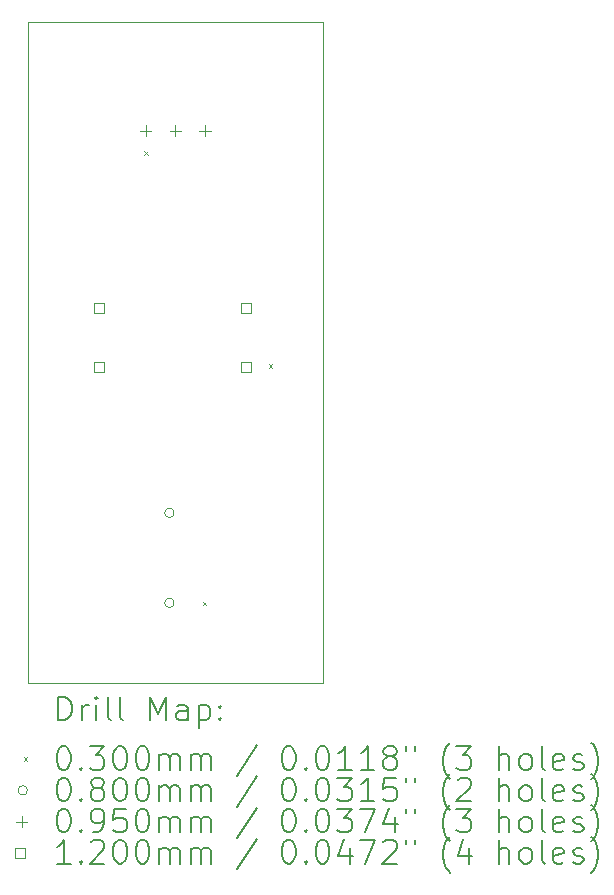
<source format=gbr>
%TF.GenerationSoftware,KiCad,Pcbnew,9.0.7*%
%TF.CreationDate,2026-01-18T23:45:15-08:00*%
%TF.ProjectId,STM32_HID_controller-right,53544d33-325f-4484-9944-5f636f6e7472,rev?*%
%TF.SameCoordinates,Original*%
%TF.FileFunction,Drillmap*%
%TF.FilePolarity,Positive*%
%FSLAX45Y45*%
G04 Gerber Fmt 4.5, Leading zero omitted, Abs format (unit mm)*
G04 Created by KiCad (PCBNEW 9.0.7) date 2026-01-18 23:45:15*
%MOMM*%
%LPD*%
G01*
G04 APERTURE LIST*
%ADD10C,0.050000*%
%ADD11C,0.200000*%
%ADD12C,0.100000*%
%ADD13C,0.120000*%
G04 APERTURE END LIST*
D10*
X12000000Y-13080000D02*
X12000000Y-18680000D01*
X14500000Y-13080000D02*
X14500000Y-18680000D01*
X12000000Y-13080000D02*
X14500000Y-13080000D01*
X12000000Y-18680000D02*
X14500000Y-18680000D01*
D11*
D12*
X12985000Y-14175000D02*
X13015000Y-14205000D01*
X13015000Y-14175000D02*
X12985000Y-14205000D01*
X13480000Y-17990000D02*
X13510000Y-18020000D01*
X13510000Y-17990000D02*
X13480000Y-18020000D01*
X14040000Y-15980000D02*
X14070000Y-16010000D01*
X14070000Y-15980000D02*
X14040000Y-16010000D01*
X13240000Y-17238000D02*
G75*
G02*
X13160000Y-17238000I-40000J0D01*
G01*
X13160000Y-17238000D02*
G75*
G02*
X13240000Y-17238000I40000J0D01*
G01*
X13240000Y-18000000D02*
G75*
G02*
X13160000Y-18000000I-40000J0D01*
G01*
X13160000Y-18000000D02*
G75*
G02*
X13240000Y-18000000I40000J0D01*
G01*
X13000000Y-13952500D02*
X13000000Y-14047500D01*
X12952500Y-14000000D02*
X13047500Y-14000000D01*
X13250000Y-13952500D02*
X13250000Y-14047500D01*
X13202500Y-14000000D02*
X13297500Y-14000000D01*
X13500000Y-13952500D02*
X13500000Y-14047500D01*
X13452500Y-14000000D02*
X13547500Y-14000000D01*
D13*
X12642427Y-15542427D02*
X12642427Y-15457573D01*
X12557573Y-15457573D01*
X12557573Y-15542427D01*
X12642427Y-15542427D01*
X12642427Y-16042427D02*
X12642427Y-15957573D01*
X12557573Y-15957573D01*
X12557573Y-16042427D01*
X12642427Y-16042427D01*
X13892427Y-15542427D02*
X13892427Y-15457573D01*
X13807573Y-15457573D01*
X13807573Y-15542427D01*
X13892427Y-15542427D01*
X13892427Y-16042427D02*
X13892427Y-15957573D01*
X13807573Y-15957573D01*
X13807573Y-16042427D01*
X13892427Y-16042427D01*
D11*
X12258277Y-18993984D02*
X12258277Y-18793984D01*
X12258277Y-18793984D02*
X12305896Y-18793984D01*
X12305896Y-18793984D02*
X12334467Y-18803508D01*
X12334467Y-18803508D02*
X12353515Y-18822555D01*
X12353515Y-18822555D02*
X12363039Y-18841603D01*
X12363039Y-18841603D02*
X12372562Y-18879698D01*
X12372562Y-18879698D02*
X12372562Y-18908270D01*
X12372562Y-18908270D02*
X12363039Y-18946365D01*
X12363039Y-18946365D02*
X12353515Y-18965412D01*
X12353515Y-18965412D02*
X12334467Y-18984460D01*
X12334467Y-18984460D02*
X12305896Y-18993984D01*
X12305896Y-18993984D02*
X12258277Y-18993984D01*
X12458277Y-18993984D02*
X12458277Y-18860650D01*
X12458277Y-18898746D02*
X12467801Y-18879698D01*
X12467801Y-18879698D02*
X12477324Y-18870174D01*
X12477324Y-18870174D02*
X12496372Y-18860650D01*
X12496372Y-18860650D02*
X12515420Y-18860650D01*
X12582086Y-18993984D02*
X12582086Y-18860650D01*
X12582086Y-18793984D02*
X12572562Y-18803508D01*
X12572562Y-18803508D02*
X12582086Y-18813031D01*
X12582086Y-18813031D02*
X12591610Y-18803508D01*
X12591610Y-18803508D02*
X12582086Y-18793984D01*
X12582086Y-18793984D02*
X12582086Y-18813031D01*
X12705896Y-18993984D02*
X12686848Y-18984460D01*
X12686848Y-18984460D02*
X12677324Y-18965412D01*
X12677324Y-18965412D02*
X12677324Y-18793984D01*
X12810658Y-18993984D02*
X12791610Y-18984460D01*
X12791610Y-18984460D02*
X12782086Y-18965412D01*
X12782086Y-18965412D02*
X12782086Y-18793984D01*
X13039229Y-18993984D02*
X13039229Y-18793984D01*
X13039229Y-18793984D02*
X13105896Y-18936841D01*
X13105896Y-18936841D02*
X13172562Y-18793984D01*
X13172562Y-18793984D02*
X13172562Y-18993984D01*
X13353515Y-18993984D02*
X13353515Y-18889222D01*
X13353515Y-18889222D02*
X13343991Y-18870174D01*
X13343991Y-18870174D02*
X13324943Y-18860650D01*
X13324943Y-18860650D02*
X13286848Y-18860650D01*
X13286848Y-18860650D02*
X13267801Y-18870174D01*
X13353515Y-18984460D02*
X13334467Y-18993984D01*
X13334467Y-18993984D02*
X13286848Y-18993984D01*
X13286848Y-18993984D02*
X13267801Y-18984460D01*
X13267801Y-18984460D02*
X13258277Y-18965412D01*
X13258277Y-18965412D02*
X13258277Y-18946365D01*
X13258277Y-18946365D02*
X13267801Y-18927317D01*
X13267801Y-18927317D02*
X13286848Y-18917793D01*
X13286848Y-18917793D02*
X13334467Y-18917793D01*
X13334467Y-18917793D02*
X13353515Y-18908270D01*
X13448753Y-18860650D02*
X13448753Y-19060650D01*
X13448753Y-18870174D02*
X13467801Y-18860650D01*
X13467801Y-18860650D02*
X13505896Y-18860650D01*
X13505896Y-18860650D02*
X13524943Y-18870174D01*
X13524943Y-18870174D02*
X13534467Y-18879698D01*
X13534467Y-18879698D02*
X13543991Y-18898746D01*
X13543991Y-18898746D02*
X13543991Y-18955889D01*
X13543991Y-18955889D02*
X13534467Y-18974936D01*
X13534467Y-18974936D02*
X13524943Y-18984460D01*
X13524943Y-18984460D02*
X13505896Y-18993984D01*
X13505896Y-18993984D02*
X13467801Y-18993984D01*
X13467801Y-18993984D02*
X13448753Y-18984460D01*
X13629705Y-18974936D02*
X13639229Y-18984460D01*
X13639229Y-18984460D02*
X13629705Y-18993984D01*
X13629705Y-18993984D02*
X13620182Y-18984460D01*
X13620182Y-18984460D02*
X13629705Y-18974936D01*
X13629705Y-18974936D02*
X13629705Y-18993984D01*
X13629705Y-18870174D02*
X13639229Y-18879698D01*
X13639229Y-18879698D02*
X13629705Y-18889222D01*
X13629705Y-18889222D02*
X13620182Y-18879698D01*
X13620182Y-18879698D02*
X13629705Y-18870174D01*
X13629705Y-18870174D02*
X13629705Y-18889222D01*
D12*
X11967500Y-19307500D02*
X11997500Y-19337500D01*
X11997500Y-19307500D02*
X11967500Y-19337500D01*
D11*
X12296372Y-19213984D02*
X12315420Y-19213984D01*
X12315420Y-19213984D02*
X12334467Y-19223508D01*
X12334467Y-19223508D02*
X12343991Y-19233031D01*
X12343991Y-19233031D02*
X12353515Y-19252079D01*
X12353515Y-19252079D02*
X12363039Y-19290174D01*
X12363039Y-19290174D02*
X12363039Y-19337793D01*
X12363039Y-19337793D02*
X12353515Y-19375889D01*
X12353515Y-19375889D02*
X12343991Y-19394936D01*
X12343991Y-19394936D02*
X12334467Y-19404460D01*
X12334467Y-19404460D02*
X12315420Y-19413984D01*
X12315420Y-19413984D02*
X12296372Y-19413984D01*
X12296372Y-19413984D02*
X12277324Y-19404460D01*
X12277324Y-19404460D02*
X12267801Y-19394936D01*
X12267801Y-19394936D02*
X12258277Y-19375889D01*
X12258277Y-19375889D02*
X12248753Y-19337793D01*
X12248753Y-19337793D02*
X12248753Y-19290174D01*
X12248753Y-19290174D02*
X12258277Y-19252079D01*
X12258277Y-19252079D02*
X12267801Y-19233031D01*
X12267801Y-19233031D02*
X12277324Y-19223508D01*
X12277324Y-19223508D02*
X12296372Y-19213984D01*
X12448753Y-19394936D02*
X12458277Y-19404460D01*
X12458277Y-19404460D02*
X12448753Y-19413984D01*
X12448753Y-19413984D02*
X12439229Y-19404460D01*
X12439229Y-19404460D02*
X12448753Y-19394936D01*
X12448753Y-19394936D02*
X12448753Y-19413984D01*
X12524943Y-19213984D02*
X12648753Y-19213984D01*
X12648753Y-19213984D02*
X12582086Y-19290174D01*
X12582086Y-19290174D02*
X12610658Y-19290174D01*
X12610658Y-19290174D02*
X12629705Y-19299698D01*
X12629705Y-19299698D02*
X12639229Y-19309222D01*
X12639229Y-19309222D02*
X12648753Y-19328270D01*
X12648753Y-19328270D02*
X12648753Y-19375889D01*
X12648753Y-19375889D02*
X12639229Y-19394936D01*
X12639229Y-19394936D02*
X12629705Y-19404460D01*
X12629705Y-19404460D02*
X12610658Y-19413984D01*
X12610658Y-19413984D02*
X12553515Y-19413984D01*
X12553515Y-19413984D02*
X12534467Y-19404460D01*
X12534467Y-19404460D02*
X12524943Y-19394936D01*
X12772562Y-19213984D02*
X12791610Y-19213984D01*
X12791610Y-19213984D02*
X12810658Y-19223508D01*
X12810658Y-19223508D02*
X12820182Y-19233031D01*
X12820182Y-19233031D02*
X12829705Y-19252079D01*
X12829705Y-19252079D02*
X12839229Y-19290174D01*
X12839229Y-19290174D02*
X12839229Y-19337793D01*
X12839229Y-19337793D02*
X12829705Y-19375889D01*
X12829705Y-19375889D02*
X12820182Y-19394936D01*
X12820182Y-19394936D02*
X12810658Y-19404460D01*
X12810658Y-19404460D02*
X12791610Y-19413984D01*
X12791610Y-19413984D02*
X12772562Y-19413984D01*
X12772562Y-19413984D02*
X12753515Y-19404460D01*
X12753515Y-19404460D02*
X12743991Y-19394936D01*
X12743991Y-19394936D02*
X12734467Y-19375889D01*
X12734467Y-19375889D02*
X12724943Y-19337793D01*
X12724943Y-19337793D02*
X12724943Y-19290174D01*
X12724943Y-19290174D02*
X12734467Y-19252079D01*
X12734467Y-19252079D02*
X12743991Y-19233031D01*
X12743991Y-19233031D02*
X12753515Y-19223508D01*
X12753515Y-19223508D02*
X12772562Y-19213984D01*
X12963039Y-19213984D02*
X12982086Y-19213984D01*
X12982086Y-19213984D02*
X13001134Y-19223508D01*
X13001134Y-19223508D02*
X13010658Y-19233031D01*
X13010658Y-19233031D02*
X13020182Y-19252079D01*
X13020182Y-19252079D02*
X13029705Y-19290174D01*
X13029705Y-19290174D02*
X13029705Y-19337793D01*
X13029705Y-19337793D02*
X13020182Y-19375889D01*
X13020182Y-19375889D02*
X13010658Y-19394936D01*
X13010658Y-19394936D02*
X13001134Y-19404460D01*
X13001134Y-19404460D02*
X12982086Y-19413984D01*
X12982086Y-19413984D02*
X12963039Y-19413984D01*
X12963039Y-19413984D02*
X12943991Y-19404460D01*
X12943991Y-19404460D02*
X12934467Y-19394936D01*
X12934467Y-19394936D02*
X12924943Y-19375889D01*
X12924943Y-19375889D02*
X12915420Y-19337793D01*
X12915420Y-19337793D02*
X12915420Y-19290174D01*
X12915420Y-19290174D02*
X12924943Y-19252079D01*
X12924943Y-19252079D02*
X12934467Y-19233031D01*
X12934467Y-19233031D02*
X12943991Y-19223508D01*
X12943991Y-19223508D02*
X12963039Y-19213984D01*
X13115420Y-19413984D02*
X13115420Y-19280650D01*
X13115420Y-19299698D02*
X13124943Y-19290174D01*
X13124943Y-19290174D02*
X13143991Y-19280650D01*
X13143991Y-19280650D02*
X13172563Y-19280650D01*
X13172563Y-19280650D02*
X13191610Y-19290174D01*
X13191610Y-19290174D02*
X13201134Y-19309222D01*
X13201134Y-19309222D02*
X13201134Y-19413984D01*
X13201134Y-19309222D02*
X13210658Y-19290174D01*
X13210658Y-19290174D02*
X13229705Y-19280650D01*
X13229705Y-19280650D02*
X13258277Y-19280650D01*
X13258277Y-19280650D02*
X13277324Y-19290174D01*
X13277324Y-19290174D02*
X13286848Y-19309222D01*
X13286848Y-19309222D02*
X13286848Y-19413984D01*
X13382086Y-19413984D02*
X13382086Y-19280650D01*
X13382086Y-19299698D02*
X13391610Y-19290174D01*
X13391610Y-19290174D02*
X13410658Y-19280650D01*
X13410658Y-19280650D02*
X13439229Y-19280650D01*
X13439229Y-19280650D02*
X13458277Y-19290174D01*
X13458277Y-19290174D02*
X13467801Y-19309222D01*
X13467801Y-19309222D02*
X13467801Y-19413984D01*
X13467801Y-19309222D02*
X13477324Y-19290174D01*
X13477324Y-19290174D02*
X13496372Y-19280650D01*
X13496372Y-19280650D02*
X13524943Y-19280650D01*
X13524943Y-19280650D02*
X13543991Y-19290174D01*
X13543991Y-19290174D02*
X13553515Y-19309222D01*
X13553515Y-19309222D02*
X13553515Y-19413984D01*
X13943991Y-19204460D02*
X13772563Y-19461603D01*
X14201134Y-19213984D02*
X14220182Y-19213984D01*
X14220182Y-19213984D02*
X14239229Y-19223508D01*
X14239229Y-19223508D02*
X14248753Y-19233031D01*
X14248753Y-19233031D02*
X14258277Y-19252079D01*
X14258277Y-19252079D02*
X14267801Y-19290174D01*
X14267801Y-19290174D02*
X14267801Y-19337793D01*
X14267801Y-19337793D02*
X14258277Y-19375889D01*
X14258277Y-19375889D02*
X14248753Y-19394936D01*
X14248753Y-19394936D02*
X14239229Y-19404460D01*
X14239229Y-19404460D02*
X14220182Y-19413984D01*
X14220182Y-19413984D02*
X14201134Y-19413984D01*
X14201134Y-19413984D02*
X14182086Y-19404460D01*
X14182086Y-19404460D02*
X14172563Y-19394936D01*
X14172563Y-19394936D02*
X14163039Y-19375889D01*
X14163039Y-19375889D02*
X14153515Y-19337793D01*
X14153515Y-19337793D02*
X14153515Y-19290174D01*
X14153515Y-19290174D02*
X14163039Y-19252079D01*
X14163039Y-19252079D02*
X14172563Y-19233031D01*
X14172563Y-19233031D02*
X14182086Y-19223508D01*
X14182086Y-19223508D02*
X14201134Y-19213984D01*
X14353515Y-19394936D02*
X14363039Y-19404460D01*
X14363039Y-19404460D02*
X14353515Y-19413984D01*
X14353515Y-19413984D02*
X14343991Y-19404460D01*
X14343991Y-19404460D02*
X14353515Y-19394936D01*
X14353515Y-19394936D02*
X14353515Y-19413984D01*
X14486848Y-19213984D02*
X14505896Y-19213984D01*
X14505896Y-19213984D02*
X14524944Y-19223508D01*
X14524944Y-19223508D02*
X14534467Y-19233031D01*
X14534467Y-19233031D02*
X14543991Y-19252079D01*
X14543991Y-19252079D02*
X14553515Y-19290174D01*
X14553515Y-19290174D02*
X14553515Y-19337793D01*
X14553515Y-19337793D02*
X14543991Y-19375889D01*
X14543991Y-19375889D02*
X14534467Y-19394936D01*
X14534467Y-19394936D02*
X14524944Y-19404460D01*
X14524944Y-19404460D02*
X14505896Y-19413984D01*
X14505896Y-19413984D02*
X14486848Y-19413984D01*
X14486848Y-19413984D02*
X14467801Y-19404460D01*
X14467801Y-19404460D02*
X14458277Y-19394936D01*
X14458277Y-19394936D02*
X14448753Y-19375889D01*
X14448753Y-19375889D02*
X14439229Y-19337793D01*
X14439229Y-19337793D02*
X14439229Y-19290174D01*
X14439229Y-19290174D02*
X14448753Y-19252079D01*
X14448753Y-19252079D02*
X14458277Y-19233031D01*
X14458277Y-19233031D02*
X14467801Y-19223508D01*
X14467801Y-19223508D02*
X14486848Y-19213984D01*
X14743991Y-19413984D02*
X14629706Y-19413984D01*
X14686848Y-19413984D02*
X14686848Y-19213984D01*
X14686848Y-19213984D02*
X14667801Y-19242555D01*
X14667801Y-19242555D02*
X14648753Y-19261603D01*
X14648753Y-19261603D02*
X14629706Y-19271127D01*
X14934467Y-19413984D02*
X14820182Y-19413984D01*
X14877325Y-19413984D02*
X14877325Y-19213984D01*
X14877325Y-19213984D02*
X14858277Y-19242555D01*
X14858277Y-19242555D02*
X14839229Y-19261603D01*
X14839229Y-19261603D02*
X14820182Y-19271127D01*
X15048753Y-19299698D02*
X15029706Y-19290174D01*
X15029706Y-19290174D02*
X15020182Y-19280650D01*
X15020182Y-19280650D02*
X15010658Y-19261603D01*
X15010658Y-19261603D02*
X15010658Y-19252079D01*
X15010658Y-19252079D02*
X15020182Y-19233031D01*
X15020182Y-19233031D02*
X15029706Y-19223508D01*
X15029706Y-19223508D02*
X15048753Y-19213984D01*
X15048753Y-19213984D02*
X15086848Y-19213984D01*
X15086848Y-19213984D02*
X15105896Y-19223508D01*
X15105896Y-19223508D02*
X15115420Y-19233031D01*
X15115420Y-19233031D02*
X15124944Y-19252079D01*
X15124944Y-19252079D02*
X15124944Y-19261603D01*
X15124944Y-19261603D02*
X15115420Y-19280650D01*
X15115420Y-19280650D02*
X15105896Y-19290174D01*
X15105896Y-19290174D02*
X15086848Y-19299698D01*
X15086848Y-19299698D02*
X15048753Y-19299698D01*
X15048753Y-19299698D02*
X15029706Y-19309222D01*
X15029706Y-19309222D02*
X15020182Y-19318746D01*
X15020182Y-19318746D02*
X15010658Y-19337793D01*
X15010658Y-19337793D02*
X15010658Y-19375889D01*
X15010658Y-19375889D02*
X15020182Y-19394936D01*
X15020182Y-19394936D02*
X15029706Y-19404460D01*
X15029706Y-19404460D02*
X15048753Y-19413984D01*
X15048753Y-19413984D02*
X15086848Y-19413984D01*
X15086848Y-19413984D02*
X15105896Y-19404460D01*
X15105896Y-19404460D02*
X15115420Y-19394936D01*
X15115420Y-19394936D02*
X15124944Y-19375889D01*
X15124944Y-19375889D02*
X15124944Y-19337793D01*
X15124944Y-19337793D02*
X15115420Y-19318746D01*
X15115420Y-19318746D02*
X15105896Y-19309222D01*
X15105896Y-19309222D02*
X15086848Y-19299698D01*
X15201134Y-19213984D02*
X15201134Y-19252079D01*
X15277325Y-19213984D02*
X15277325Y-19252079D01*
X15572563Y-19490174D02*
X15563039Y-19480650D01*
X15563039Y-19480650D02*
X15543991Y-19452079D01*
X15543991Y-19452079D02*
X15534468Y-19433031D01*
X15534468Y-19433031D02*
X15524944Y-19404460D01*
X15524944Y-19404460D02*
X15515420Y-19356841D01*
X15515420Y-19356841D02*
X15515420Y-19318746D01*
X15515420Y-19318746D02*
X15524944Y-19271127D01*
X15524944Y-19271127D02*
X15534468Y-19242555D01*
X15534468Y-19242555D02*
X15543991Y-19223508D01*
X15543991Y-19223508D02*
X15563039Y-19194936D01*
X15563039Y-19194936D02*
X15572563Y-19185412D01*
X15629706Y-19213984D02*
X15753515Y-19213984D01*
X15753515Y-19213984D02*
X15686848Y-19290174D01*
X15686848Y-19290174D02*
X15715420Y-19290174D01*
X15715420Y-19290174D02*
X15734468Y-19299698D01*
X15734468Y-19299698D02*
X15743991Y-19309222D01*
X15743991Y-19309222D02*
X15753515Y-19328270D01*
X15753515Y-19328270D02*
X15753515Y-19375889D01*
X15753515Y-19375889D02*
X15743991Y-19394936D01*
X15743991Y-19394936D02*
X15734468Y-19404460D01*
X15734468Y-19404460D02*
X15715420Y-19413984D01*
X15715420Y-19413984D02*
X15658277Y-19413984D01*
X15658277Y-19413984D02*
X15639229Y-19404460D01*
X15639229Y-19404460D02*
X15629706Y-19394936D01*
X15991610Y-19413984D02*
X15991610Y-19213984D01*
X16077325Y-19413984D02*
X16077325Y-19309222D01*
X16077325Y-19309222D02*
X16067801Y-19290174D01*
X16067801Y-19290174D02*
X16048753Y-19280650D01*
X16048753Y-19280650D02*
X16020182Y-19280650D01*
X16020182Y-19280650D02*
X16001134Y-19290174D01*
X16001134Y-19290174D02*
X15991610Y-19299698D01*
X16201134Y-19413984D02*
X16182087Y-19404460D01*
X16182087Y-19404460D02*
X16172563Y-19394936D01*
X16172563Y-19394936D02*
X16163039Y-19375889D01*
X16163039Y-19375889D02*
X16163039Y-19318746D01*
X16163039Y-19318746D02*
X16172563Y-19299698D01*
X16172563Y-19299698D02*
X16182087Y-19290174D01*
X16182087Y-19290174D02*
X16201134Y-19280650D01*
X16201134Y-19280650D02*
X16229706Y-19280650D01*
X16229706Y-19280650D02*
X16248753Y-19290174D01*
X16248753Y-19290174D02*
X16258277Y-19299698D01*
X16258277Y-19299698D02*
X16267801Y-19318746D01*
X16267801Y-19318746D02*
X16267801Y-19375889D01*
X16267801Y-19375889D02*
X16258277Y-19394936D01*
X16258277Y-19394936D02*
X16248753Y-19404460D01*
X16248753Y-19404460D02*
X16229706Y-19413984D01*
X16229706Y-19413984D02*
X16201134Y-19413984D01*
X16382087Y-19413984D02*
X16363039Y-19404460D01*
X16363039Y-19404460D02*
X16353515Y-19385412D01*
X16353515Y-19385412D02*
X16353515Y-19213984D01*
X16534468Y-19404460D02*
X16515420Y-19413984D01*
X16515420Y-19413984D02*
X16477325Y-19413984D01*
X16477325Y-19413984D02*
X16458277Y-19404460D01*
X16458277Y-19404460D02*
X16448753Y-19385412D01*
X16448753Y-19385412D02*
X16448753Y-19309222D01*
X16448753Y-19309222D02*
X16458277Y-19290174D01*
X16458277Y-19290174D02*
X16477325Y-19280650D01*
X16477325Y-19280650D02*
X16515420Y-19280650D01*
X16515420Y-19280650D02*
X16534468Y-19290174D01*
X16534468Y-19290174D02*
X16543991Y-19309222D01*
X16543991Y-19309222D02*
X16543991Y-19328270D01*
X16543991Y-19328270D02*
X16448753Y-19347317D01*
X16620182Y-19404460D02*
X16639230Y-19413984D01*
X16639230Y-19413984D02*
X16677325Y-19413984D01*
X16677325Y-19413984D02*
X16696372Y-19404460D01*
X16696372Y-19404460D02*
X16705896Y-19385412D01*
X16705896Y-19385412D02*
X16705896Y-19375889D01*
X16705896Y-19375889D02*
X16696372Y-19356841D01*
X16696372Y-19356841D02*
X16677325Y-19347317D01*
X16677325Y-19347317D02*
X16648753Y-19347317D01*
X16648753Y-19347317D02*
X16629706Y-19337793D01*
X16629706Y-19337793D02*
X16620182Y-19318746D01*
X16620182Y-19318746D02*
X16620182Y-19309222D01*
X16620182Y-19309222D02*
X16629706Y-19290174D01*
X16629706Y-19290174D02*
X16648753Y-19280650D01*
X16648753Y-19280650D02*
X16677325Y-19280650D01*
X16677325Y-19280650D02*
X16696372Y-19290174D01*
X16772563Y-19490174D02*
X16782087Y-19480650D01*
X16782087Y-19480650D02*
X16801134Y-19452079D01*
X16801134Y-19452079D02*
X16810658Y-19433031D01*
X16810658Y-19433031D02*
X16820182Y-19404460D01*
X16820182Y-19404460D02*
X16829706Y-19356841D01*
X16829706Y-19356841D02*
X16829706Y-19318746D01*
X16829706Y-19318746D02*
X16820182Y-19271127D01*
X16820182Y-19271127D02*
X16810658Y-19242555D01*
X16810658Y-19242555D02*
X16801134Y-19223508D01*
X16801134Y-19223508D02*
X16782087Y-19194936D01*
X16782087Y-19194936D02*
X16772563Y-19185412D01*
D12*
X11997500Y-19586500D02*
G75*
G02*
X11917500Y-19586500I-40000J0D01*
G01*
X11917500Y-19586500D02*
G75*
G02*
X11997500Y-19586500I40000J0D01*
G01*
D11*
X12296372Y-19477984D02*
X12315420Y-19477984D01*
X12315420Y-19477984D02*
X12334467Y-19487508D01*
X12334467Y-19487508D02*
X12343991Y-19497031D01*
X12343991Y-19497031D02*
X12353515Y-19516079D01*
X12353515Y-19516079D02*
X12363039Y-19554174D01*
X12363039Y-19554174D02*
X12363039Y-19601793D01*
X12363039Y-19601793D02*
X12353515Y-19639889D01*
X12353515Y-19639889D02*
X12343991Y-19658936D01*
X12343991Y-19658936D02*
X12334467Y-19668460D01*
X12334467Y-19668460D02*
X12315420Y-19677984D01*
X12315420Y-19677984D02*
X12296372Y-19677984D01*
X12296372Y-19677984D02*
X12277324Y-19668460D01*
X12277324Y-19668460D02*
X12267801Y-19658936D01*
X12267801Y-19658936D02*
X12258277Y-19639889D01*
X12258277Y-19639889D02*
X12248753Y-19601793D01*
X12248753Y-19601793D02*
X12248753Y-19554174D01*
X12248753Y-19554174D02*
X12258277Y-19516079D01*
X12258277Y-19516079D02*
X12267801Y-19497031D01*
X12267801Y-19497031D02*
X12277324Y-19487508D01*
X12277324Y-19487508D02*
X12296372Y-19477984D01*
X12448753Y-19658936D02*
X12458277Y-19668460D01*
X12458277Y-19668460D02*
X12448753Y-19677984D01*
X12448753Y-19677984D02*
X12439229Y-19668460D01*
X12439229Y-19668460D02*
X12448753Y-19658936D01*
X12448753Y-19658936D02*
X12448753Y-19677984D01*
X12572562Y-19563698D02*
X12553515Y-19554174D01*
X12553515Y-19554174D02*
X12543991Y-19544650D01*
X12543991Y-19544650D02*
X12534467Y-19525603D01*
X12534467Y-19525603D02*
X12534467Y-19516079D01*
X12534467Y-19516079D02*
X12543991Y-19497031D01*
X12543991Y-19497031D02*
X12553515Y-19487508D01*
X12553515Y-19487508D02*
X12572562Y-19477984D01*
X12572562Y-19477984D02*
X12610658Y-19477984D01*
X12610658Y-19477984D02*
X12629705Y-19487508D01*
X12629705Y-19487508D02*
X12639229Y-19497031D01*
X12639229Y-19497031D02*
X12648753Y-19516079D01*
X12648753Y-19516079D02*
X12648753Y-19525603D01*
X12648753Y-19525603D02*
X12639229Y-19544650D01*
X12639229Y-19544650D02*
X12629705Y-19554174D01*
X12629705Y-19554174D02*
X12610658Y-19563698D01*
X12610658Y-19563698D02*
X12572562Y-19563698D01*
X12572562Y-19563698D02*
X12553515Y-19573222D01*
X12553515Y-19573222D02*
X12543991Y-19582746D01*
X12543991Y-19582746D02*
X12534467Y-19601793D01*
X12534467Y-19601793D02*
X12534467Y-19639889D01*
X12534467Y-19639889D02*
X12543991Y-19658936D01*
X12543991Y-19658936D02*
X12553515Y-19668460D01*
X12553515Y-19668460D02*
X12572562Y-19677984D01*
X12572562Y-19677984D02*
X12610658Y-19677984D01*
X12610658Y-19677984D02*
X12629705Y-19668460D01*
X12629705Y-19668460D02*
X12639229Y-19658936D01*
X12639229Y-19658936D02*
X12648753Y-19639889D01*
X12648753Y-19639889D02*
X12648753Y-19601793D01*
X12648753Y-19601793D02*
X12639229Y-19582746D01*
X12639229Y-19582746D02*
X12629705Y-19573222D01*
X12629705Y-19573222D02*
X12610658Y-19563698D01*
X12772562Y-19477984D02*
X12791610Y-19477984D01*
X12791610Y-19477984D02*
X12810658Y-19487508D01*
X12810658Y-19487508D02*
X12820182Y-19497031D01*
X12820182Y-19497031D02*
X12829705Y-19516079D01*
X12829705Y-19516079D02*
X12839229Y-19554174D01*
X12839229Y-19554174D02*
X12839229Y-19601793D01*
X12839229Y-19601793D02*
X12829705Y-19639889D01*
X12829705Y-19639889D02*
X12820182Y-19658936D01*
X12820182Y-19658936D02*
X12810658Y-19668460D01*
X12810658Y-19668460D02*
X12791610Y-19677984D01*
X12791610Y-19677984D02*
X12772562Y-19677984D01*
X12772562Y-19677984D02*
X12753515Y-19668460D01*
X12753515Y-19668460D02*
X12743991Y-19658936D01*
X12743991Y-19658936D02*
X12734467Y-19639889D01*
X12734467Y-19639889D02*
X12724943Y-19601793D01*
X12724943Y-19601793D02*
X12724943Y-19554174D01*
X12724943Y-19554174D02*
X12734467Y-19516079D01*
X12734467Y-19516079D02*
X12743991Y-19497031D01*
X12743991Y-19497031D02*
X12753515Y-19487508D01*
X12753515Y-19487508D02*
X12772562Y-19477984D01*
X12963039Y-19477984D02*
X12982086Y-19477984D01*
X12982086Y-19477984D02*
X13001134Y-19487508D01*
X13001134Y-19487508D02*
X13010658Y-19497031D01*
X13010658Y-19497031D02*
X13020182Y-19516079D01*
X13020182Y-19516079D02*
X13029705Y-19554174D01*
X13029705Y-19554174D02*
X13029705Y-19601793D01*
X13029705Y-19601793D02*
X13020182Y-19639889D01*
X13020182Y-19639889D02*
X13010658Y-19658936D01*
X13010658Y-19658936D02*
X13001134Y-19668460D01*
X13001134Y-19668460D02*
X12982086Y-19677984D01*
X12982086Y-19677984D02*
X12963039Y-19677984D01*
X12963039Y-19677984D02*
X12943991Y-19668460D01*
X12943991Y-19668460D02*
X12934467Y-19658936D01*
X12934467Y-19658936D02*
X12924943Y-19639889D01*
X12924943Y-19639889D02*
X12915420Y-19601793D01*
X12915420Y-19601793D02*
X12915420Y-19554174D01*
X12915420Y-19554174D02*
X12924943Y-19516079D01*
X12924943Y-19516079D02*
X12934467Y-19497031D01*
X12934467Y-19497031D02*
X12943991Y-19487508D01*
X12943991Y-19487508D02*
X12963039Y-19477984D01*
X13115420Y-19677984D02*
X13115420Y-19544650D01*
X13115420Y-19563698D02*
X13124943Y-19554174D01*
X13124943Y-19554174D02*
X13143991Y-19544650D01*
X13143991Y-19544650D02*
X13172563Y-19544650D01*
X13172563Y-19544650D02*
X13191610Y-19554174D01*
X13191610Y-19554174D02*
X13201134Y-19573222D01*
X13201134Y-19573222D02*
X13201134Y-19677984D01*
X13201134Y-19573222D02*
X13210658Y-19554174D01*
X13210658Y-19554174D02*
X13229705Y-19544650D01*
X13229705Y-19544650D02*
X13258277Y-19544650D01*
X13258277Y-19544650D02*
X13277324Y-19554174D01*
X13277324Y-19554174D02*
X13286848Y-19573222D01*
X13286848Y-19573222D02*
X13286848Y-19677984D01*
X13382086Y-19677984D02*
X13382086Y-19544650D01*
X13382086Y-19563698D02*
X13391610Y-19554174D01*
X13391610Y-19554174D02*
X13410658Y-19544650D01*
X13410658Y-19544650D02*
X13439229Y-19544650D01*
X13439229Y-19544650D02*
X13458277Y-19554174D01*
X13458277Y-19554174D02*
X13467801Y-19573222D01*
X13467801Y-19573222D02*
X13467801Y-19677984D01*
X13467801Y-19573222D02*
X13477324Y-19554174D01*
X13477324Y-19554174D02*
X13496372Y-19544650D01*
X13496372Y-19544650D02*
X13524943Y-19544650D01*
X13524943Y-19544650D02*
X13543991Y-19554174D01*
X13543991Y-19554174D02*
X13553515Y-19573222D01*
X13553515Y-19573222D02*
X13553515Y-19677984D01*
X13943991Y-19468460D02*
X13772563Y-19725603D01*
X14201134Y-19477984D02*
X14220182Y-19477984D01*
X14220182Y-19477984D02*
X14239229Y-19487508D01*
X14239229Y-19487508D02*
X14248753Y-19497031D01*
X14248753Y-19497031D02*
X14258277Y-19516079D01*
X14258277Y-19516079D02*
X14267801Y-19554174D01*
X14267801Y-19554174D02*
X14267801Y-19601793D01*
X14267801Y-19601793D02*
X14258277Y-19639889D01*
X14258277Y-19639889D02*
X14248753Y-19658936D01*
X14248753Y-19658936D02*
X14239229Y-19668460D01*
X14239229Y-19668460D02*
X14220182Y-19677984D01*
X14220182Y-19677984D02*
X14201134Y-19677984D01*
X14201134Y-19677984D02*
X14182086Y-19668460D01*
X14182086Y-19668460D02*
X14172563Y-19658936D01*
X14172563Y-19658936D02*
X14163039Y-19639889D01*
X14163039Y-19639889D02*
X14153515Y-19601793D01*
X14153515Y-19601793D02*
X14153515Y-19554174D01*
X14153515Y-19554174D02*
X14163039Y-19516079D01*
X14163039Y-19516079D02*
X14172563Y-19497031D01*
X14172563Y-19497031D02*
X14182086Y-19487508D01*
X14182086Y-19487508D02*
X14201134Y-19477984D01*
X14353515Y-19658936D02*
X14363039Y-19668460D01*
X14363039Y-19668460D02*
X14353515Y-19677984D01*
X14353515Y-19677984D02*
X14343991Y-19668460D01*
X14343991Y-19668460D02*
X14353515Y-19658936D01*
X14353515Y-19658936D02*
X14353515Y-19677984D01*
X14486848Y-19477984D02*
X14505896Y-19477984D01*
X14505896Y-19477984D02*
X14524944Y-19487508D01*
X14524944Y-19487508D02*
X14534467Y-19497031D01*
X14534467Y-19497031D02*
X14543991Y-19516079D01*
X14543991Y-19516079D02*
X14553515Y-19554174D01*
X14553515Y-19554174D02*
X14553515Y-19601793D01*
X14553515Y-19601793D02*
X14543991Y-19639889D01*
X14543991Y-19639889D02*
X14534467Y-19658936D01*
X14534467Y-19658936D02*
X14524944Y-19668460D01*
X14524944Y-19668460D02*
X14505896Y-19677984D01*
X14505896Y-19677984D02*
X14486848Y-19677984D01*
X14486848Y-19677984D02*
X14467801Y-19668460D01*
X14467801Y-19668460D02*
X14458277Y-19658936D01*
X14458277Y-19658936D02*
X14448753Y-19639889D01*
X14448753Y-19639889D02*
X14439229Y-19601793D01*
X14439229Y-19601793D02*
X14439229Y-19554174D01*
X14439229Y-19554174D02*
X14448753Y-19516079D01*
X14448753Y-19516079D02*
X14458277Y-19497031D01*
X14458277Y-19497031D02*
X14467801Y-19487508D01*
X14467801Y-19487508D02*
X14486848Y-19477984D01*
X14620182Y-19477984D02*
X14743991Y-19477984D01*
X14743991Y-19477984D02*
X14677325Y-19554174D01*
X14677325Y-19554174D02*
X14705896Y-19554174D01*
X14705896Y-19554174D02*
X14724944Y-19563698D01*
X14724944Y-19563698D02*
X14734467Y-19573222D01*
X14734467Y-19573222D02*
X14743991Y-19592270D01*
X14743991Y-19592270D02*
X14743991Y-19639889D01*
X14743991Y-19639889D02*
X14734467Y-19658936D01*
X14734467Y-19658936D02*
X14724944Y-19668460D01*
X14724944Y-19668460D02*
X14705896Y-19677984D01*
X14705896Y-19677984D02*
X14648753Y-19677984D01*
X14648753Y-19677984D02*
X14629706Y-19668460D01*
X14629706Y-19668460D02*
X14620182Y-19658936D01*
X14934467Y-19677984D02*
X14820182Y-19677984D01*
X14877325Y-19677984D02*
X14877325Y-19477984D01*
X14877325Y-19477984D02*
X14858277Y-19506555D01*
X14858277Y-19506555D02*
X14839229Y-19525603D01*
X14839229Y-19525603D02*
X14820182Y-19535127D01*
X15115420Y-19477984D02*
X15020182Y-19477984D01*
X15020182Y-19477984D02*
X15010658Y-19573222D01*
X15010658Y-19573222D02*
X15020182Y-19563698D01*
X15020182Y-19563698D02*
X15039229Y-19554174D01*
X15039229Y-19554174D02*
X15086848Y-19554174D01*
X15086848Y-19554174D02*
X15105896Y-19563698D01*
X15105896Y-19563698D02*
X15115420Y-19573222D01*
X15115420Y-19573222D02*
X15124944Y-19592270D01*
X15124944Y-19592270D02*
X15124944Y-19639889D01*
X15124944Y-19639889D02*
X15115420Y-19658936D01*
X15115420Y-19658936D02*
X15105896Y-19668460D01*
X15105896Y-19668460D02*
X15086848Y-19677984D01*
X15086848Y-19677984D02*
X15039229Y-19677984D01*
X15039229Y-19677984D02*
X15020182Y-19668460D01*
X15020182Y-19668460D02*
X15010658Y-19658936D01*
X15201134Y-19477984D02*
X15201134Y-19516079D01*
X15277325Y-19477984D02*
X15277325Y-19516079D01*
X15572563Y-19754174D02*
X15563039Y-19744650D01*
X15563039Y-19744650D02*
X15543991Y-19716079D01*
X15543991Y-19716079D02*
X15534468Y-19697031D01*
X15534468Y-19697031D02*
X15524944Y-19668460D01*
X15524944Y-19668460D02*
X15515420Y-19620841D01*
X15515420Y-19620841D02*
X15515420Y-19582746D01*
X15515420Y-19582746D02*
X15524944Y-19535127D01*
X15524944Y-19535127D02*
X15534468Y-19506555D01*
X15534468Y-19506555D02*
X15543991Y-19487508D01*
X15543991Y-19487508D02*
X15563039Y-19458936D01*
X15563039Y-19458936D02*
X15572563Y-19449412D01*
X15639229Y-19497031D02*
X15648753Y-19487508D01*
X15648753Y-19487508D02*
X15667801Y-19477984D01*
X15667801Y-19477984D02*
X15715420Y-19477984D01*
X15715420Y-19477984D02*
X15734468Y-19487508D01*
X15734468Y-19487508D02*
X15743991Y-19497031D01*
X15743991Y-19497031D02*
X15753515Y-19516079D01*
X15753515Y-19516079D02*
X15753515Y-19535127D01*
X15753515Y-19535127D02*
X15743991Y-19563698D01*
X15743991Y-19563698D02*
X15629706Y-19677984D01*
X15629706Y-19677984D02*
X15753515Y-19677984D01*
X15991610Y-19677984D02*
X15991610Y-19477984D01*
X16077325Y-19677984D02*
X16077325Y-19573222D01*
X16077325Y-19573222D02*
X16067801Y-19554174D01*
X16067801Y-19554174D02*
X16048753Y-19544650D01*
X16048753Y-19544650D02*
X16020182Y-19544650D01*
X16020182Y-19544650D02*
X16001134Y-19554174D01*
X16001134Y-19554174D02*
X15991610Y-19563698D01*
X16201134Y-19677984D02*
X16182087Y-19668460D01*
X16182087Y-19668460D02*
X16172563Y-19658936D01*
X16172563Y-19658936D02*
X16163039Y-19639889D01*
X16163039Y-19639889D02*
X16163039Y-19582746D01*
X16163039Y-19582746D02*
X16172563Y-19563698D01*
X16172563Y-19563698D02*
X16182087Y-19554174D01*
X16182087Y-19554174D02*
X16201134Y-19544650D01*
X16201134Y-19544650D02*
X16229706Y-19544650D01*
X16229706Y-19544650D02*
X16248753Y-19554174D01*
X16248753Y-19554174D02*
X16258277Y-19563698D01*
X16258277Y-19563698D02*
X16267801Y-19582746D01*
X16267801Y-19582746D02*
X16267801Y-19639889D01*
X16267801Y-19639889D02*
X16258277Y-19658936D01*
X16258277Y-19658936D02*
X16248753Y-19668460D01*
X16248753Y-19668460D02*
X16229706Y-19677984D01*
X16229706Y-19677984D02*
X16201134Y-19677984D01*
X16382087Y-19677984D02*
X16363039Y-19668460D01*
X16363039Y-19668460D02*
X16353515Y-19649412D01*
X16353515Y-19649412D02*
X16353515Y-19477984D01*
X16534468Y-19668460D02*
X16515420Y-19677984D01*
X16515420Y-19677984D02*
X16477325Y-19677984D01*
X16477325Y-19677984D02*
X16458277Y-19668460D01*
X16458277Y-19668460D02*
X16448753Y-19649412D01*
X16448753Y-19649412D02*
X16448753Y-19573222D01*
X16448753Y-19573222D02*
X16458277Y-19554174D01*
X16458277Y-19554174D02*
X16477325Y-19544650D01*
X16477325Y-19544650D02*
X16515420Y-19544650D01*
X16515420Y-19544650D02*
X16534468Y-19554174D01*
X16534468Y-19554174D02*
X16543991Y-19573222D01*
X16543991Y-19573222D02*
X16543991Y-19592270D01*
X16543991Y-19592270D02*
X16448753Y-19611317D01*
X16620182Y-19668460D02*
X16639230Y-19677984D01*
X16639230Y-19677984D02*
X16677325Y-19677984D01*
X16677325Y-19677984D02*
X16696372Y-19668460D01*
X16696372Y-19668460D02*
X16705896Y-19649412D01*
X16705896Y-19649412D02*
X16705896Y-19639889D01*
X16705896Y-19639889D02*
X16696372Y-19620841D01*
X16696372Y-19620841D02*
X16677325Y-19611317D01*
X16677325Y-19611317D02*
X16648753Y-19611317D01*
X16648753Y-19611317D02*
X16629706Y-19601793D01*
X16629706Y-19601793D02*
X16620182Y-19582746D01*
X16620182Y-19582746D02*
X16620182Y-19573222D01*
X16620182Y-19573222D02*
X16629706Y-19554174D01*
X16629706Y-19554174D02*
X16648753Y-19544650D01*
X16648753Y-19544650D02*
X16677325Y-19544650D01*
X16677325Y-19544650D02*
X16696372Y-19554174D01*
X16772563Y-19754174D02*
X16782087Y-19744650D01*
X16782087Y-19744650D02*
X16801134Y-19716079D01*
X16801134Y-19716079D02*
X16810658Y-19697031D01*
X16810658Y-19697031D02*
X16820182Y-19668460D01*
X16820182Y-19668460D02*
X16829706Y-19620841D01*
X16829706Y-19620841D02*
X16829706Y-19582746D01*
X16829706Y-19582746D02*
X16820182Y-19535127D01*
X16820182Y-19535127D02*
X16810658Y-19506555D01*
X16810658Y-19506555D02*
X16801134Y-19487508D01*
X16801134Y-19487508D02*
X16782087Y-19458936D01*
X16782087Y-19458936D02*
X16772563Y-19449412D01*
D12*
X11950000Y-19803000D02*
X11950000Y-19898000D01*
X11902500Y-19850500D02*
X11997500Y-19850500D01*
D11*
X12296372Y-19741984D02*
X12315420Y-19741984D01*
X12315420Y-19741984D02*
X12334467Y-19751508D01*
X12334467Y-19751508D02*
X12343991Y-19761031D01*
X12343991Y-19761031D02*
X12353515Y-19780079D01*
X12353515Y-19780079D02*
X12363039Y-19818174D01*
X12363039Y-19818174D02*
X12363039Y-19865793D01*
X12363039Y-19865793D02*
X12353515Y-19903889D01*
X12353515Y-19903889D02*
X12343991Y-19922936D01*
X12343991Y-19922936D02*
X12334467Y-19932460D01*
X12334467Y-19932460D02*
X12315420Y-19941984D01*
X12315420Y-19941984D02*
X12296372Y-19941984D01*
X12296372Y-19941984D02*
X12277324Y-19932460D01*
X12277324Y-19932460D02*
X12267801Y-19922936D01*
X12267801Y-19922936D02*
X12258277Y-19903889D01*
X12258277Y-19903889D02*
X12248753Y-19865793D01*
X12248753Y-19865793D02*
X12248753Y-19818174D01*
X12248753Y-19818174D02*
X12258277Y-19780079D01*
X12258277Y-19780079D02*
X12267801Y-19761031D01*
X12267801Y-19761031D02*
X12277324Y-19751508D01*
X12277324Y-19751508D02*
X12296372Y-19741984D01*
X12448753Y-19922936D02*
X12458277Y-19932460D01*
X12458277Y-19932460D02*
X12448753Y-19941984D01*
X12448753Y-19941984D02*
X12439229Y-19932460D01*
X12439229Y-19932460D02*
X12448753Y-19922936D01*
X12448753Y-19922936D02*
X12448753Y-19941984D01*
X12553515Y-19941984D02*
X12591610Y-19941984D01*
X12591610Y-19941984D02*
X12610658Y-19932460D01*
X12610658Y-19932460D02*
X12620182Y-19922936D01*
X12620182Y-19922936D02*
X12639229Y-19894365D01*
X12639229Y-19894365D02*
X12648753Y-19856270D01*
X12648753Y-19856270D02*
X12648753Y-19780079D01*
X12648753Y-19780079D02*
X12639229Y-19761031D01*
X12639229Y-19761031D02*
X12629705Y-19751508D01*
X12629705Y-19751508D02*
X12610658Y-19741984D01*
X12610658Y-19741984D02*
X12572562Y-19741984D01*
X12572562Y-19741984D02*
X12553515Y-19751508D01*
X12553515Y-19751508D02*
X12543991Y-19761031D01*
X12543991Y-19761031D02*
X12534467Y-19780079D01*
X12534467Y-19780079D02*
X12534467Y-19827698D01*
X12534467Y-19827698D02*
X12543991Y-19846746D01*
X12543991Y-19846746D02*
X12553515Y-19856270D01*
X12553515Y-19856270D02*
X12572562Y-19865793D01*
X12572562Y-19865793D02*
X12610658Y-19865793D01*
X12610658Y-19865793D02*
X12629705Y-19856270D01*
X12629705Y-19856270D02*
X12639229Y-19846746D01*
X12639229Y-19846746D02*
X12648753Y-19827698D01*
X12829705Y-19741984D02*
X12734467Y-19741984D01*
X12734467Y-19741984D02*
X12724943Y-19837222D01*
X12724943Y-19837222D02*
X12734467Y-19827698D01*
X12734467Y-19827698D02*
X12753515Y-19818174D01*
X12753515Y-19818174D02*
X12801134Y-19818174D01*
X12801134Y-19818174D02*
X12820182Y-19827698D01*
X12820182Y-19827698D02*
X12829705Y-19837222D01*
X12829705Y-19837222D02*
X12839229Y-19856270D01*
X12839229Y-19856270D02*
X12839229Y-19903889D01*
X12839229Y-19903889D02*
X12829705Y-19922936D01*
X12829705Y-19922936D02*
X12820182Y-19932460D01*
X12820182Y-19932460D02*
X12801134Y-19941984D01*
X12801134Y-19941984D02*
X12753515Y-19941984D01*
X12753515Y-19941984D02*
X12734467Y-19932460D01*
X12734467Y-19932460D02*
X12724943Y-19922936D01*
X12963039Y-19741984D02*
X12982086Y-19741984D01*
X12982086Y-19741984D02*
X13001134Y-19751508D01*
X13001134Y-19751508D02*
X13010658Y-19761031D01*
X13010658Y-19761031D02*
X13020182Y-19780079D01*
X13020182Y-19780079D02*
X13029705Y-19818174D01*
X13029705Y-19818174D02*
X13029705Y-19865793D01*
X13029705Y-19865793D02*
X13020182Y-19903889D01*
X13020182Y-19903889D02*
X13010658Y-19922936D01*
X13010658Y-19922936D02*
X13001134Y-19932460D01*
X13001134Y-19932460D02*
X12982086Y-19941984D01*
X12982086Y-19941984D02*
X12963039Y-19941984D01*
X12963039Y-19941984D02*
X12943991Y-19932460D01*
X12943991Y-19932460D02*
X12934467Y-19922936D01*
X12934467Y-19922936D02*
X12924943Y-19903889D01*
X12924943Y-19903889D02*
X12915420Y-19865793D01*
X12915420Y-19865793D02*
X12915420Y-19818174D01*
X12915420Y-19818174D02*
X12924943Y-19780079D01*
X12924943Y-19780079D02*
X12934467Y-19761031D01*
X12934467Y-19761031D02*
X12943991Y-19751508D01*
X12943991Y-19751508D02*
X12963039Y-19741984D01*
X13115420Y-19941984D02*
X13115420Y-19808650D01*
X13115420Y-19827698D02*
X13124943Y-19818174D01*
X13124943Y-19818174D02*
X13143991Y-19808650D01*
X13143991Y-19808650D02*
X13172563Y-19808650D01*
X13172563Y-19808650D02*
X13191610Y-19818174D01*
X13191610Y-19818174D02*
X13201134Y-19837222D01*
X13201134Y-19837222D02*
X13201134Y-19941984D01*
X13201134Y-19837222D02*
X13210658Y-19818174D01*
X13210658Y-19818174D02*
X13229705Y-19808650D01*
X13229705Y-19808650D02*
X13258277Y-19808650D01*
X13258277Y-19808650D02*
X13277324Y-19818174D01*
X13277324Y-19818174D02*
X13286848Y-19837222D01*
X13286848Y-19837222D02*
X13286848Y-19941984D01*
X13382086Y-19941984D02*
X13382086Y-19808650D01*
X13382086Y-19827698D02*
X13391610Y-19818174D01*
X13391610Y-19818174D02*
X13410658Y-19808650D01*
X13410658Y-19808650D02*
X13439229Y-19808650D01*
X13439229Y-19808650D02*
X13458277Y-19818174D01*
X13458277Y-19818174D02*
X13467801Y-19837222D01*
X13467801Y-19837222D02*
X13467801Y-19941984D01*
X13467801Y-19837222D02*
X13477324Y-19818174D01*
X13477324Y-19818174D02*
X13496372Y-19808650D01*
X13496372Y-19808650D02*
X13524943Y-19808650D01*
X13524943Y-19808650D02*
X13543991Y-19818174D01*
X13543991Y-19818174D02*
X13553515Y-19837222D01*
X13553515Y-19837222D02*
X13553515Y-19941984D01*
X13943991Y-19732460D02*
X13772563Y-19989603D01*
X14201134Y-19741984D02*
X14220182Y-19741984D01*
X14220182Y-19741984D02*
X14239229Y-19751508D01*
X14239229Y-19751508D02*
X14248753Y-19761031D01*
X14248753Y-19761031D02*
X14258277Y-19780079D01*
X14258277Y-19780079D02*
X14267801Y-19818174D01*
X14267801Y-19818174D02*
X14267801Y-19865793D01*
X14267801Y-19865793D02*
X14258277Y-19903889D01*
X14258277Y-19903889D02*
X14248753Y-19922936D01*
X14248753Y-19922936D02*
X14239229Y-19932460D01*
X14239229Y-19932460D02*
X14220182Y-19941984D01*
X14220182Y-19941984D02*
X14201134Y-19941984D01*
X14201134Y-19941984D02*
X14182086Y-19932460D01*
X14182086Y-19932460D02*
X14172563Y-19922936D01*
X14172563Y-19922936D02*
X14163039Y-19903889D01*
X14163039Y-19903889D02*
X14153515Y-19865793D01*
X14153515Y-19865793D02*
X14153515Y-19818174D01*
X14153515Y-19818174D02*
X14163039Y-19780079D01*
X14163039Y-19780079D02*
X14172563Y-19761031D01*
X14172563Y-19761031D02*
X14182086Y-19751508D01*
X14182086Y-19751508D02*
X14201134Y-19741984D01*
X14353515Y-19922936D02*
X14363039Y-19932460D01*
X14363039Y-19932460D02*
X14353515Y-19941984D01*
X14353515Y-19941984D02*
X14343991Y-19932460D01*
X14343991Y-19932460D02*
X14353515Y-19922936D01*
X14353515Y-19922936D02*
X14353515Y-19941984D01*
X14486848Y-19741984D02*
X14505896Y-19741984D01*
X14505896Y-19741984D02*
X14524944Y-19751508D01*
X14524944Y-19751508D02*
X14534467Y-19761031D01*
X14534467Y-19761031D02*
X14543991Y-19780079D01*
X14543991Y-19780079D02*
X14553515Y-19818174D01*
X14553515Y-19818174D02*
X14553515Y-19865793D01*
X14553515Y-19865793D02*
X14543991Y-19903889D01*
X14543991Y-19903889D02*
X14534467Y-19922936D01*
X14534467Y-19922936D02*
X14524944Y-19932460D01*
X14524944Y-19932460D02*
X14505896Y-19941984D01*
X14505896Y-19941984D02*
X14486848Y-19941984D01*
X14486848Y-19941984D02*
X14467801Y-19932460D01*
X14467801Y-19932460D02*
X14458277Y-19922936D01*
X14458277Y-19922936D02*
X14448753Y-19903889D01*
X14448753Y-19903889D02*
X14439229Y-19865793D01*
X14439229Y-19865793D02*
X14439229Y-19818174D01*
X14439229Y-19818174D02*
X14448753Y-19780079D01*
X14448753Y-19780079D02*
X14458277Y-19761031D01*
X14458277Y-19761031D02*
X14467801Y-19751508D01*
X14467801Y-19751508D02*
X14486848Y-19741984D01*
X14620182Y-19741984D02*
X14743991Y-19741984D01*
X14743991Y-19741984D02*
X14677325Y-19818174D01*
X14677325Y-19818174D02*
X14705896Y-19818174D01*
X14705896Y-19818174D02*
X14724944Y-19827698D01*
X14724944Y-19827698D02*
X14734467Y-19837222D01*
X14734467Y-19837222D02*
X14743991Y-19856270D01*
X14743991Y-19856270D02*
X14743991Y-19903889D01*
X14743991Y-19903889D02*
X14734467Y-19922936D01*
X14734467Y-19922936D02*
X14724944Y-19932460D01*
X14724944Y-19932460D02*
X14705896Y-19941984D01*
X14705896Y-19941984D02*
X14648753Y-19941984D01*
X14648753Y-19941984D02*
X14629706Y-19932460D01*
X14629706Y-19932460D02*
X14620182Y-19922936D01*
X14810658Y-19741984D02*
X14943991Y-19741984D01*
X14943991Y-19741984D02*
X14858277Y-19941984D01*
X15105896Y-19808650D02*
X15105896Y-19941984D01*
X15058277Y-19732460D02*
X15010658Y-19875317D01*
X15010658Y-19875317D02*
X15134467Y-19875317D01*
X15201134Y-19741984D02*
X15201134Y-19780079D01*
X15277325Y-19741984D02*
X15277325Y-19780079D01*
X15572563Y-20018174D02*
X15563039Y-20008650D01*
X15563039Y-20008650D02*
X15543991Y-19980079D01*
X15543991Y-19980079D02*
X15534468Y-19961031D01*
X15534468Y-19961031D02*
X15524944Y-19932460D01*
X15524944Y-19932460D02*
X15515420Y-19884841D01*
X15515420Y-19884841D02*
X15515420Y-19846746D01*
X15515420Y-19846746D02*
X15524944Y-19799127D01*
X15524944Y-19799127D02*
X15534468Y-19770555D01*
X15534468Y-19770555D02*
X15543991Y-19751508D01*
X15543991Y-19751508D02*
X15563039Y-19722936D01*
X15563039Y-19722936D02*
X15572563Y-19713412D01*
X15629706Y-19741984D02*
X15753515Y-19741984D01*
X15753515Y-19741984D02*
X15686848Y-19818174D01*
X15686848Y-19818174D02*
X15715420Y-19818174D01*
X15715420Y-19818174D02*
X15734468Y-19827698D01*
X15734468Y-19827698D02*
X15743991Y-19837222D01*
X15743991Y-19837222D02*
X15753515Y-19856270D01*
X15753515Y-19856270D02*
X15753515Y-19903889D01*
X15753515Y-19903889D02*
X15743991Y-19922936D01*
X15743991Y-19922936D02*
X15734468Y-19932460D01*
X15734468Y-19932460D02*
X15715420Y-19941984D01*
X15715420Y-19941984D02*
X15658277Y-19941984D01*
X15658277Y-19941984D02*
X15639229Y-19932460D01*
X15639229Y-19932460D02*
X15629706Y-19922936D01*
X15991610Y-19941984D02*
X15991610Y-19741984D01*
X16077325Y-19941984D02*
X16077325Y-19837222D01*
X16077325Y-19837222D02*
X16067801Y-19818174D01*
X16067801Y-19818174D02*
X16048753Y-19808650D01*
X16048753Y-19808650D02*
X16020182Y-19808650D01*
X16020182Y-19808650D02*
X16001134Y-19818174D01*
X16001134Y-19818174D02*
X15991610Y-19827698D01*
X16201134Y-19941984D02*
X16182087Y-19932460D01*
X16182087Y-19932460D02*
X16172563Y-19922936D01*
X16172563Y-19922936D02*
X16163039Y-19903889D01*
X16163039Y-19903889D02*
X16163039Y-19846746D01*
X16163039Y-19846746D02*
X16172563Y-19827698D01*
X16172563Y-19827698D02*
X16182087Y-19818174D01*
X16182087Y-19818174D02*
X16201134Y-19808650D01*
X16201134Y-19808650D02*
X16229706Y-19808650D01*
X16229706Y-19808650D02*
X16248753Y-19818174D01*
X16248753Y-19818174D02*
X16258277Y-19827698D01*
X16258277Y-19827698D02*
X16267801Y-19846746D01*
X16267801Y-19846746D02*
X16267801Y-19903889D01*
X16267801Y-19903889D02*
X16258277Y-19922936D01*
X16258277Y-19922936D02*
X16248753Y-19932460D01*
X16248753Y-19932460D02*
X16229706Y-19941984D01*
X16229706Y-19941984D02*
X16201134Y-19941984D01*
X16382087Y-19941984D02*
X16363039Y-19932460D01*
X16363039Y-19932460D02*
X16353515Y-19913412D01*
X16353515Y-19913412D02*
X16353515Y-19741984D01*
X16534468Y-19932460D02*
X16515420Y-19941984D01*
X16515420Y-19941984D02*
X16477325Y-19941984D01*
X16477325Y-19941984D02*
X16458277Y-19932460D01*
X16458277Y-19932460D02*
X16448753Y-19913412D01*
X16448753Y-19913412D02*
X16448753Y-19837222D01*
X16448753Y-19837222D02*
X16458277Y-19818174D01*
X16458277Y-19818174D02*
X16477325Y-19808650D01*
X16477325Y-19808650D02*
X16515420Y-19808650D01*
X16515420Y-19808650D02*
X16534468Y-19818174D01*
X16534468Y-19818174D02*
X16543991Y-19837222D01*
X16543991Y-19837222D02*
X16543991Y-19856270D01*
X16543991Y-19856270D02*
X16448753Y-19875317D01*
X16620182Y-19932460D02*
X16639230Y-19941984D01*
X16639230Y-19941984D02*
X16677325Y-19941984D01*
X16677325Y-19941984D02*
X16696372Y-19932460D01*
X16696372Y-19932460D02*
X16705896Y-19913412D01*
X16705896Y-19913412D02*
X16705896Y-19903889D01*
X16705896Y-19903889D02*
X16696372Y-19884841D01*
X16696372Y-19884841D02*
X16677325Y-19875317D01*
X16677325Y-19875317D02*
X16648753Y-19875317D01*
X16648753Y-19875317D02*
X16629706Y-19865793D01*
X16629706Y-19865793D02*
X16620182Y-19846746D01*
X16620182Y-19846746D02*
X16620182Y-19837222D01*
X16620182Y-19837222D02*
X16629706Y-19818174D01*
X16629706Y-19818174D02*
X16648753Y-19808650D01*
X16648753Y-19808650D02*
X16677325Y-19808650D01*
X16677325Y-19808650D02*
X16696372Y-19818174D01*
X16772563Y-20018174D02*
X16782087Y-20008650D01*
X16782087Y-20008650D02*
X16801134Y-19980079D01*
X16801134Y-19980079D02*
X16810658Y-19961031D01*
X16810658Y-19961031D02*
X16820182Y-19932460D01*
X16820182Y-19932460D02*
X16829706Y-19884841D01*
X16829706Y-19884841D02*
X16829706Y-19846746D01*
X16829706Y-19846746D02*
X16820182Y-19799127D01*
X16820182Y-19799127D02*
X16810658Y-19770555D01*
X16810658Y-19770555D02*
X16801134Y-19751508D01*
X16801134Y-19751508D02*
X16782087Y-19722936D01*
X16782087Y-19722936D02*
X16772563Y-19713412D01*
D13*
X11979927Y-20156927D02*
X11979927Y-20072073D01*
X11895073Y-20072073D01*
X11895073Y-20156927D01*
X11979927Y-20156927D01*
D11*
X12363039Y-20205984D02*
X12248753Y-20205984D01*
X12305896Y-20205984D02*
X12305896Y-20005984D01*
X12305896Y-20005984D02*
X12286848Y-20034555D01*
X12286848Y-20034555D02*
X12267801Y-20053603D01*
X12267801Y-20053603D02*
X12248753Y-20063127D01*
X12448753Y-20186936D02*
X12458277Y-20196460D01*
X12458277Y-20196460D02*
X12448753Y-20205984D01*
X12448753Y-20205984D02*
X12439229Y-20196460D01*
X12439229Y-20196460D02*
X12448753Y-20186936D01*
X12448753Y-20186936D02*
X12448753Y-20205984D01*
X12534467Y-20025031D02*
X12543991Y-20015508D01*
X12543991Y-20015508D02*
X12563039Y-20005984D01*
X12563039Y-20005984D02*
X12610658Y-20005984D01*
X12610658Y-20005984D02*
X12629705Y-20015508D01*
X12629705Y-20015508D02*
X12639229Y-20025031D01*
X12639229Y-20025031D02*
X12648753Y-20044079D01*
X12648753Y-20044079D02*
X12648753Y-20063127D01*
X12648753Y-20063127D02*
X12639229Y-20091698D01*
X12639229Y-20091698D02*
X12524943Y-20205984D01*
X12524943Y-20205984D02*
X12648753Y-20205984D01*
X12772562Y-20005984D02*
X12791610Y-20005984D01*
X12791610Y-20005984D02*
X12810658Y-20015508D01*
X12810658Y-20015508D02*
X12820182Y-20025031D01*
X12820182Y-20025031D02*
X12829705Y-20044079D01*
X12829705Y-20044079D02*
X12839229Y-20082174D01*
X12839229Y-20082174D02*
X12839229Y-20129793D01*
X12839229Y-20129793D02*
X12829705Y-20167889D01*
X12829705Y-20167889D02*
X12820182Y-20186936D01*
X12820182Y-20186936D02*
X12810658Y-20196460D01*
X12810658Y-20196460D02*
X12791610Y-20205984D01*
X12791610Y-20205984D02*
X12772562Y-20205984D01*
X12772562Y-20205984D02*
X12753515Y-20196460D01*
X12753515Y-20196460D02*
X12743991Y-20186936D01*
X12743991Y-20186936D02*
X12734467Y-20167889D01*
X12734467Y-20167889D02*
X12724943Y-20129793D01*
X12724943Y-20129793D02*
X12724943Y-20082174D01*
X12724943Y-20082174D02*
X12734467Y-20044079D01*
X12734467Y-20044079D02*
X12743991Y-20025031D01*
X12743991Y-20025031D02*
X12753515Y-20015508D01*
X12753515Y-20015508D02*
X12772562Y-20005984D01*
X12963039Y-20005984D02*
X12982086Y-20005984D01*
X12982086Y-20005984D02*
X13001134Y-20015508D01*
X13001134Y-20015508D02*
X13010658Y-20025031D01*
X13010658Y-20025031D02*
X13020182Y-20044079D01*
X13020182Y-20044079D02*
X13029705Y-20082174D01*
X13029705Y-20082174D02*
X13029705Y-20129793D01*
X13029705Y-20129793D02*
X13020182Y-20167889D01*
X13020182Y-20167889D02*
X13010658Y-20186936D01*
X13010658Y-20186936D02*
X13001134Y-20196460D01*
X13001134Y-20196460D02*
X12982086Y-20205984D01*
X12982086Y-20205984D02*
X12963039Y-20205984D01*
X12963039Y-20205984D02*
X12943991Y-20196460D01*
X12943991Y-20196460D02*
X12934467Y-20186936D01*
X12934467Y-20186936D02*
X12924943Y-20167889D01*
X12924943Y-20167889D02*
X12915420Y-20129793D01*
X12915420Y-20129793D02*
X12915420Y-20082174D01*
X12915420Y-20082174D02*
X12924943Y-20044079D01*
X12924943Y-20044079D02*
X12934467Y-20025031D01*
X12934467Y-20025031D02*
X12943991Y-20015508D01*
X12943991Y-20015508D02*
X12963039Y-20005984D01*
X13115420Y-20205984D02*
X13115420Y-20072650D01*
X13115420Y-20091698D02*
X13124943Y-20082174D01*
X13124943Y-20082174D02*
X13143991Y-20072650D01*
X13143991Y-20072650D02*
X13172563Y-20072650D01*
X13172563Y-20072650D02*
X13191610Y-20082174D01*
X13191610Y-20082174D02*
X13201134Y-20101222D01*
X13201134Y-20101222D02*
X13201134Y-20205984D01*
X13201134Y-20101222D02*
X13210658Y-20082174D01*
X13210658Y-20082174D02*
X13229705Y-20072650D01*
X13229705Y-20072650D02*
X13258277Y-20072650D01*
X13258277Y-20072650D02*
X13277324Y-20082174D01*
X13277324Y-20082174D02*
X13286848Y-20101222D01*
X13286848Y-20101222D02*
X13286848Y-20205984D01*
X13382086Y-20205984D02*
X13382086Y-20072650D01*
X13382086Y-20091698D02*
X13391610Y-20082174D01*
X13391610Y-20082174D02*
X13410658Y-20072650D01*
X13410658Y-20072650D02*
X13439229Y-20072650D01*
X13439229Y-20072650D02*
X13458277Y-20082174D01*
X13458277Y-20082174D02*
X13467801Y-20101222D01*
X13467801Y-20101222D02*
X13467801Y-20205984D01*
X13467801Y-20101222D02*
X13477324Y-20082174D01*
X13477324Y-20082174D02*
X13496372Y-20072650D01*
X13496372Y-20072650D02*
X13524943Y-20072650D01*
X13524943Y-20072650D02*
X13543991Y-20082174D01*
X13543991Y-20082174D02*
X13553515Y-20101222D01*
X13553515Y-20101222D02*
X13553515Y-20205984D01*
X13943991Y-19996460D02*
X13772563Y-20253603D01*
X14201134Y-20005984D02*
X14220182Y-20005984D01*
X14220182Y-20005984D02*
X14239229Y-20015508D01*
X14239229Y-20015508D02*
X14248753Y-20025031D01*
X14248753Y-20025031D02*
X14258277Y-20044079D01*
X14258277Y-20044079D02*
X14267801Y-20082174D01*
X14267801Y-20082174D02*
X14267801Y-20129793D01*
X14267801Y-20129793D02*
X14258277Y-20167889D01*
X14258277Y-20167889D02*
X14248753Y-20186936D01*
X14248753Y-20186936D02*
X14239229Y-20196460D01*
X14239229Y-20196460D02*
X14220182Y-20205984D01*
X14220182Y-20205984D02*
X14201134Y-20205984D01*
X14201134Y-20205984D02*
X14182086Y-20196460D01*
X14182086Y-20196460D02*
X14172563Y-20186936D01*
X14172563Y-20186936D02*
X14163039Y-20167889D01*
X14163039Y-20167889D02*
X14153515Y-20129793D01*
X14153515Y-20129793D02*
X14153515Y-20082174D01*
X14153515Y-20082174D02*
X14163039Y-20044079D01*
X14163039Y-20044079D02*
X14172563Y-20025031D01*
X14172563Y-20025031D02*
X14182086Y-20015508D01*
X14182086Y-20015508D02*
X14201134Y-20005984D01*
X14353515Y-20186936D02*
X14363039Y-20196460D01*
X14363039Y-20196460D02*
X14353515Y-20205984D01*
X14353515Y-20205984D02*
X14343991Y-20196460D01*
X14343991Y-20196460D02*
X14353515Y-20186936D01*
X14353515Y-20186936D02*
X14353515Y-20205984D01*
X14486848Y-20005984D02*
X14505896Y-20005984D01*
X14505896Y-20005984D02*
X14524944Y-20015508D01*
X14524944Y-20015508D02*
X14534467Y-20025031D01*
X14534467Y-20025031D02*
X14543991Y-20044079D01*
X14543991Y-20044079D02*
X14553515Y-20082174D01*
X14553515Y-20082174D02*
X14553515Y-20129793D01*
X14553515Y-20129793D02*
X14543991Y-20167889D01*
X14543991Y-20167889D02*
X14534467Y-20186936D01*
X14534467Y-20186936D02*
X14524944Y-20196460D01*
X14524944Y-20196460D02*
X14505896Y-20205984D01*
X14505896Y-20205984D02*
X14486848Y-20205984D01*
X14486848Y-20205984D02*
X14467801Y-20196460D01*
X14467801Y-20196460D02*
X14458277Y-20186936D01*
X14458277Y-20186936D02*
X14448753Y-20167889D01*
X14448753Y-20167889D02*
X14439229Y-20129793D01*
X14439229Y-20129793D02*
X14439229Y-20082174D01*
X14439229Y-20082174D02*
X14448753Y-20044079D01*
X14448753Y-20044079D02*
X14458277Y-20025031D01*
X14458277Y-20025031D02*
X14467801Y-20015508D01*
X14467801Y-20015508D02*
X14486848Y-20005984D01*
X14724944Y-20072650D02*
X14724944Y-20205984D01*
X14677325Y-19996460D02*
X14629706Y-20139317D01*
X14629706Y-20139317D02*
X14753515Y-20139317D01*
X14810658Y-20005984D02*
X14943991Y-20005984D01*
X14943991Y-20005984D02*
X14858277Y-20205984D01*
X15010658Y-20025031D02*
X15020182Y-20015508D01*
X15020182Y-20015508D02*
X15039229Y-20005984D01*
X15039229Y-20005984D02*
X15086848Y-20005984D01*
X15086848Y-20005984D02*
X15105896Y-20015508D01*
X15105896Y-20015508D02*
X15115420Y-20025031D01*
X15115420Y-20025031D02*
X15124944Y-20044079D01*
X15124944Y-20044079D02*
X15124944Y-20063127D01*
X15124944Y-20063127D02*
X15115420Y-20091698D01*
X15115420Y-20091698D02*
X15001134Y-20205984D01*
X15001134Y-20205984D02*
X15124944Y-20205984D01*
X15201134Y-20005984D02*
X15201134Y-20044079D01*
X15277325Y-20005984D02*
X15277325Y-20044079D01*
X15572563Y-20282174D02*
X15563039Y-20272650D01*
X15563039Y-20272650D02*
X15543991Y-20244079D01*
X15543991Y-20244079D02*
X15534468Y-20225031D01*
X15534468Y-20225031D02*
X15524944Y-20196460D01*
X15524944Y-20196460D02*
X15515420Y-20148841D01*
X15515420Y-20148841D02*
X15515420Y-20110746D01*
X15515420Y-20110746D02*
X15524944Y-20063127D01*
X15524944Y-20063127D02*
X15534468Y-20034555D01*
X15534468Y-20034555D02*
X15543991Y-20015508D01*
X15543991Y-20015508D02*
X15563039Y-19986936D01*
X15563039Y-19986936D02*
X15572563Y-19977412D01*
X15734468Y-20072650D02*
X15734468Y-20205984D01*
X15686848Y-19996460D02*
X15639229Y-20139317D01*
X15639229Y-20139317D02*
X15763039Y-20139317D01*
X15991610Y-20205984D02*
X15991610Y-20005984D01*
X16077325Y-20205984D02*
X16077325Y-20101222D01*
X16077325Y-20101222D02*
X16067801Y-20082174D01*
X16067801Y-20082174D02*
X16048753Y-20072650D01*
X16048753Y-20072650D02*
X16020182Y-20072650D01*
X16020182Y-20072650D02*
X16001134Y-20082174D01*
X16001134Y-20082174D02*
X15991610Y-20091698D01*
X16201134Y-20205984D02*
X16182087Y-20196460D01*
X16182087Y-20196460D02*
X16172563Y-20186936D01*
X16172563Y-20186936D02*
X16163039Y-20167889D01*
X16163039Y-20167889D02*
X16163039Y-20110746D01*
X16163039Y-20110746D02*
X16172563Y-20091698D01*
X16172563Y-20091698D02*
X16182087Y-20082174D01*
X16182087Y-20082174D02*
X16201134Y-20072650D01*
X16201134Y-20072650D02*
X16229706Y-20072650D01*
X16229706Y-20072650D02*
X16248753Y-20082174D01*
X16248753Y-20082174D02*
X16258277Y-20091698D01*
X16258277Y-20091698D02*
X16267801Y-20110746D01*
X16267801Y-20110746D02*
X16267801Y-20167889D01*
X16267801Y-20167889D02*
X16258277Y-20186936D01*
X16258277Y-20186936D02*
X16248753Y-20196460D01*
X16248753Y-20196460D02*
X16229706Y-20205984D01*
X16229706Y-20205984D02*
X16201134Y-20205984D01*
X16382087Y-20205984D02*
X16363039Y-20196460D01*
X16363039Y-20196460D02*
X16353515Y-20177412D01*
X16353515Y-20177412D02*
X16353515Y-20005984D01*
X16534468Y-20196460D02*
X16515420Y-20205984D01*
X16515420Y-20205984D02*
X16477325Y-20205984D01*
X16477325Y-20205984D02*
X16458277Y-20196460D01*
X16458277Y-20196460D02*
X16448753Y-20177412D01*
X16448753Y-20177412D02*
X16448753Y-20101222D01*
X16448753Y-20101222D02*
X16458277Y-20082174D01*
X16458277Y-20082174D02*
X16477325Y-20072650D01*
X16477325Y-20072650D02*
X16515420Y-20072650D01*
X16515420Y-20072650D02*
X16534468Y-20082174D01*
X16534468Y-20082174D02*
X16543991Y-20101222D01*
X16543991Y-20101222D02*
X16543991Y-20120270D01*
X16543991Y-20120270D02*
X16448753Y-20139317D01*
X16620182Y-20196460D02*
X16639230Y-20205984D01*
X16639230Y-20205984D02*
X16677325Y-20205984D01*
X16677325Y-20205984D02*
X16696372Y-20196460D01*
X16696372Y-20196460D02*
X16705896Y-20177412D01*
X16705896Y-20177412D02*
X16705896Y-20167889D01*
X16705896Y-20167889D02*
X16696372Y-20148841D01*
X16696372Y-20148841D02*
X16677325Y-20139317D01*
X16677325Y-20139317D02*
X16648753Y-20139317D01*
X16648753Y-20139317D02*
X16629706Y-20129793D01*
X16629706Y-20129793D02*
X16620182Y-20110746D01*
X16620182Y-20110746D02*
X16620182Y-20101222D01*
X16620182Y-20101222D02*
X16629706Y-20082174D01*
X16629706Y-20082174D02*
X16648753Y-20072650D01*
X16648753Y-20072650D02*
X16677325Y-20072650D01*
X16677325Y-20072650D02*
X16696372Y-20082174D01*
X16772563Y-20282174D02*
X16782087Y-20272650D01*
X16782087Y-20272650D02*
X16801134Y-20244079D01*
X16801134Y-20244079D02*
X16810658Y-20225031D01*
X16810658Y-20225031D02*
X16820182Y-20196460D01*
X16820182Y-20196460D02*
X16829706Y-20148841D01*
X16829706Y-20148841D02*
X16829706Y-20110746D01*
X16829706Y-20110746D02*
X16820182Y-20063127D01*
X16820182Y-20063127D02*
X16810658Y-20034555D01*
X16810658Y-20034555D02*
X16801134Y-20015508D01*
X16801134Y-20015508D02*
X16782087Y-19986936D01*
X16782087Y-19986936D02*
X16772563Y-19977412D01*
M02*

</source>
